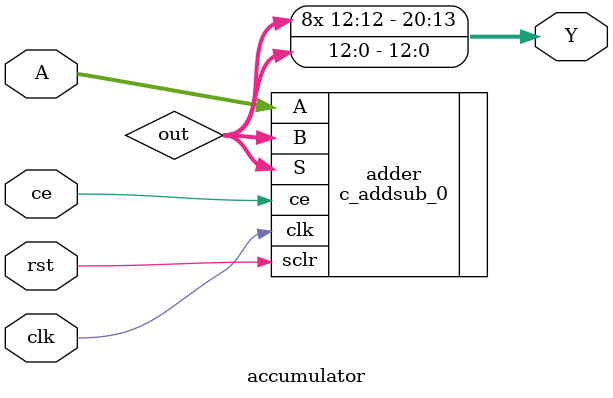
<source format=v>
`timescale 1ns / 1ps


module accumulator(
    input clk,
    input ce,
    input rst,
    input [12:0] A,
    output [20:0] Y
    );

    
wire signed [12:0] out;

// latency 1
c_addsub_0 adder
(
    .A(A),
    .B(out),
    .clk(clk),
    .ce(ce),
    .sclr(rst),
    .S(out)
);


assign Y = out;
endmodule

</source>
